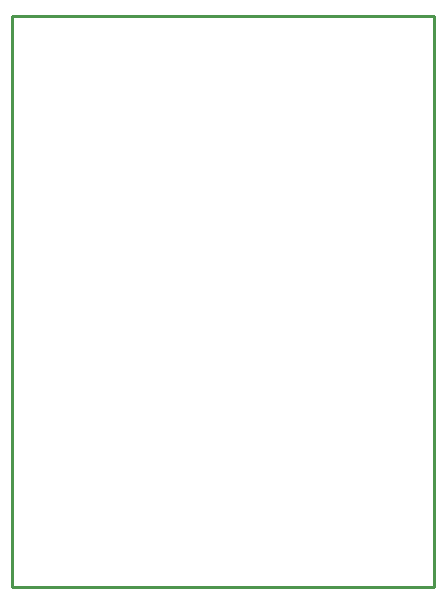
<source format=gko>
G04*
G04 #@! TF.GenerationSoftware,Altium Limited,Altium Designer,19.1.8 (144)*
G04*
G04 Layer_Color=8388736*
%FSLAX24Y24*%
%MOIN*%
G70*
G01*
G75*
%ADD11C,0.0100*%
D11*
X10000Y10000D02*
Y29050D01*
X24050D01*
X24050Y10000D01*
X10000D02*
X24050D01*
X10000D02*
Y29050D01*
X24050D01*
X24050Y10000D01*
X10000D02*
X24050D01*
M02*

</source>
